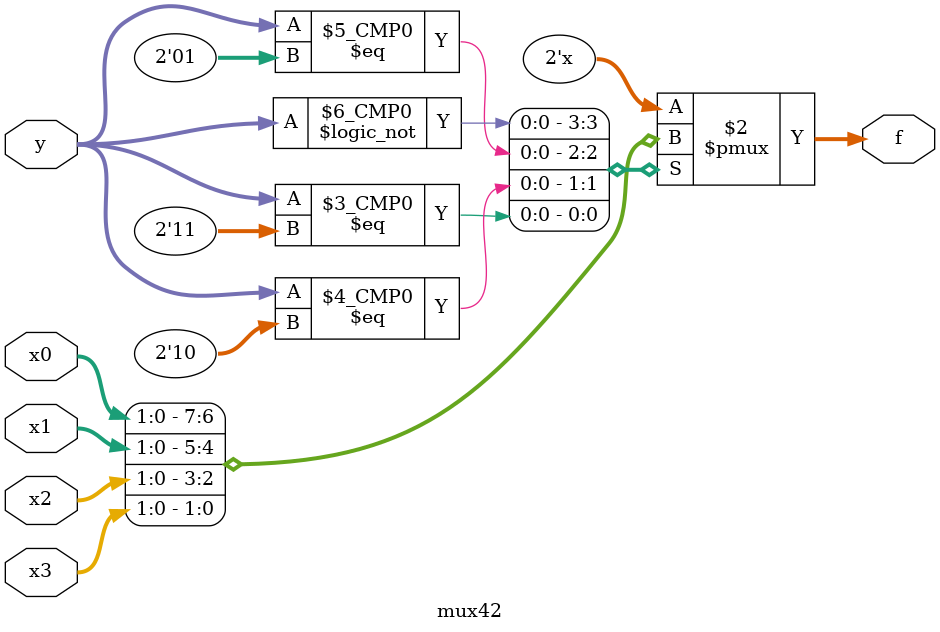
<source format=v>
module mux42(x0,x1,x2,x3,y,f);
	input  [1:0] x0; 
	input  [1:0] x1; 
	input  [1:0] x2; 
	input  [1:0] x3; 
	input  [1:0] y;  
	output  reg [1:0] f; 
	
	always @ (*)
		case (y)
			2'b00: f = x0;
			2'b01: f = x1;
			2'b10: f = x2;
			2'b11: f = x3;
		endcase
endmodule

</source>
